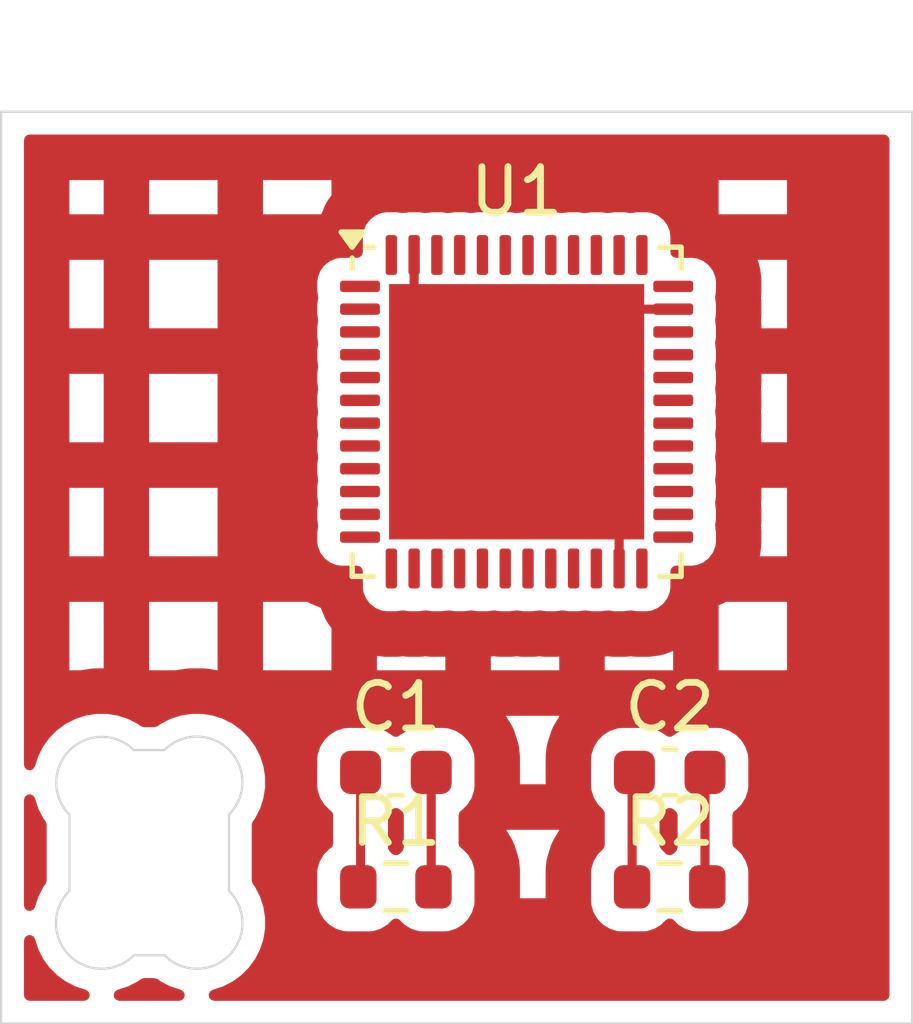
<source format=kicad_pcb>
(kicad_pcb (version 20241229) (generator "pcbnew") (generator_version "9.0")
  (layers (0 "F.Cu" signal) (2 "B.Cu" signal) (13 "F.Paste" user) (15 "B.Paste" user) (5 "F.SilkS" user "F.Silkscreen") (7 "B.SilkS" user "B.Silkscreen") (1 "F.Mask" user) (3 "B.Mask" user) (25 "Edge.Cuts" user))
  (net 0 "")
  (net 1 "Net-(C1-Pad2)")
  (net 2 "Net-(C1-Pad1)")
  (net 3 "Net-(C2-Pad1)")
  (net 4 "Net-(C2-Pad2)")
  (net 15 "Net-(U1-VSS-Pad23)")
  (footprint "Package_DFN_QFN:QFN-48-1EP_7x7mm_P0.5mm_EP5.6x5.6mm" (layer "F.Cu") (at 114.315 76.08)
    (property "Reference" "U1" (at 0 -4.83 0) (layer "F.SilkS"))
    (property "Value" "STM32F401C_D-E_Ux")
    (fp_line (start -3.61 -3.135) (end -3.61 -3.37) (stroke (width 0.12)) (layer "F.SilkS"))
    (fp_line (start -3.61 3.61) (end -3.61 3.135) (stroke (width 0.12)) (layer "F.SilkS"))
    (fp_line (start -3.135 -3.61) (end -3.31 -3.61) (stroke (width 0.12)) (layer "F.SilkS"))
    (fp_line (start -3.135 3.61) (end -3.61 3.61) (stroke (width 0.12)) (layer "F.SilkS"))
    (fp_line (start 3.135 -3.61) (end 3.61 -3.61) (stroke (width 0.12)) (layer "F.SilkS"))
    (fp_line (start 3.135 3.61) (end 3.61 3.61) (stroke (width 0.12)) (layer "F.SilkS"))
    (fp_line (start 3.61 -3.61) (end 3.61 -3.135) (stroke (width 0.12)) (layer "F.SilkS"))
    (fp_line (start 3.61 3.61) (end 3.61 3.135) (stroke (width 0.12)) (layer "F.SilkS"))
    (fp_poly (pts (xy -3.61 -3.61) (xy -3.85 -3.94) (xy -3.37 -3.94) (xy -3.61 -3.61)) (stroke (width 0.12)) (fill yes) (layer "F.SilkS"))
    (pad "1" smd roundrect (at -3.4375 -2.75) (size 0.875 0.25) (layers "F.Cu" "F.Mask" "F.Paste"))
    (pad "2" smd roundrect (at -3.4375 -2.25) (size 0.875 0.25) (layers "F.Cu" "F.Mask" "F.Paste"))
    (pad "3" smd roundrect (at -3.4375 -1.75) (size 0.875 0.25) (layers "F.Cu" "F.Mask" "F.Paste"))
    (pad "4" smd roundrect (at -3.4375 -1.25) (size 0.875 0.25) (layers "F.Cu" "F.Mask" "F.Paste"))
    (pad "5" smd roundrect (at -3.4375 -0.75) (size 0.875 0.25) (layers "F.Cu" "F.Mask" "F.Paste"))
    (pad "6" smd roundrect (at -3.4375 -0.25) (size 0.875 0.25) (layers "F.Cu" "F.Mask" "F.Paste"))
    (pad "7" smd roundrect (at -3.4375 0.25) (size 0.875 0.25) (layers "F.Cu" "F.Mask" "F.Paste"))
    (pad "8" smd roundrect (at -3.4375 0.75) (size 0.875 0.25) (layers "F.Cu" "F.Mask" "F.Paste"))
    (pad "9" smd roundrect (at -3.4375 1.25) (size 0.875 0.25) (layers "F.Cu" "F.Mask" "F.Paste"))
    (pad "10" smd roundrect (at -3.4375 1.75) (size 0.875 0.25) (layers "F.Cu" "F.Mask" "F.Paste"))
    (pad "11" smd roundrect (at -3.4375 2.25) (size 0.875 0.25) (layers "F.Cu" "F.Mask" "F.Paste"))
    (pad "12" smd roundrect (at -3.4375 2.75) (size 0.875 0.25) (layers "F.Cu" "F.Mask" "F.Paste"))
    (pad "13" smd roundrect (at -2.75 3.4375) (size 0.25 0.875) (layers "F.Cu" "F.Mask" "F.Paste"))
    (pad "14" smd roundrect (at -2.25 3.4375) (size 0.25 0.875) (layers "F.Cu" "F.Mask" "F.Paste"))
    (pad "15" smd roundrect (at -1.75 3.4375) (size 0.25 0.875) (layers "F.Cu" "F.Mask" "F.Paste"))
    (pad "16" smd roundrect (at -1.25 3.4375) (size 0.25 0.875) (layers "F.Cu" "F.Mask" "F.Paste"))
    (pad "17" smd roundrect (at -0.75 3.4375) (size 0.25 0.875) (layers "F.Cu" "F.Mask" "F.Paste"))
    (pad "18" smd roundrect (at -0.25 3.4375) (size 0.25 0.875) (layers "F.Cu" "F.Mask" "F.Paste"))
    (pad "19" smd roundrect (at 0.25 3.4375) (size 0.25 0.875) (layers "F.Cu" "F.Mask" "F.Paste"))
    (pad "20" smd roundrect (at 0.75 3.4375) (size 0.25 0.875) (layers "F.Cu" "F.Mask" "F.Paste"))
    (pad "21" smd roundrect (at 1.25 3.4375) (size 0.25 0.875) (layers "F.Cu" "F.Mask" "F.Paste"))
    (pad "22" smd roundrect (at 1.75 3.4375) (size 0.25 0.875) (layers "F.Cu" "F.Mask" "F.Paste"))
    (pad "23" smd roundrect (at 2.25 3.4375) (size 0.25 0.875) (layers "F.Cu" "F.Mask" "F.Paste") (net 15 "Net-(U1-VSS-Pad23)"))
    (pad "24" smd roundrect (at 2.75 3.4375) (size 0.25 0.875) (layers "F.Cu" "F.Mask" "F.Paste"))
    (pad "25" smd roundrect (at 3.4375 2.75) (size 0.875 0.25) (layers "F.Cu" "F.Mask" "F.Paste"))
    (pad "26" smd roundrect (at 3.4375 2.25) (size 0.875 0.25) (layers "F.Cu" "F.Mask" "F.Paste"))
    (pad "27" smd roundrect (at 3.4375 1.75) (size 0.875 0.25) (layers "F.Cu" "F.Mask" "F.Paste"))
    (pad "28" smd roundrect (at 3.4375 1.25) (size 0.875 0.25) (layers "F.Cu" "F.Mask" "F.Paste"))
    (pad "29" smd roundrect (at 3.4375 0.75) (size 0.875 0.25) (layers "F.Cu" "F.Mask" "F.Paste"))
    (pad "30" smd roundrect (at 3.4375 0.25) (size 0.875 0.25) (layers "F.Cu" "F.Mask" "F.Paste"))
    (pad "31" smd roundrect (at 3.4375 -0.25) (size 0.875 0.25) (layers "F.Cu" "F.Mask" "F.Paste"))
    (pad "32" smd roundrect (at 3.4375 -0.75) (size 0.875 0.25) (layers "F.Cu" "F.Mask" "F.Paste"))
    (pad "33" smd roundrect (at 3.4375 -1.25) (size 0.875 0.25) (layers "F.Cu" "F.Mask" "F.Paste"))
    (pad "34" smd roundrect (at 3.4375 -1.75) (size 0.875 0.25) (layers "F.Cu" "F.Mask" "F.Paste"))
    (pad "35" smd roundrect (at 3.4375 -2.25) (size 0.875 0.25) (layers "F.Cu" "F.Mask" "F.Paste") (net 15 "Net-(U1-VSS-Pad23)"))
    (pad "36" smd roundrect (at 3.4375 -2.75) (size 0.875 0.25) (layers "F.Cu" "F.Mask" "F.Paste"))
    (pad "37" smd roundrect (at 2.75 -3.4375) (size 0.25 0.875) (layers "F.Cu" "F.Mask" "F.Paste"))
    (pad "38" smd roundrect (at 2.25 -3.4375) (size 0.25 0.875) (layers "F.Cu" "F.Mask" "F.Paste"))
    (pad "39" smd roundrect (at 1.75 -3.4375) (size 0.25 0.875) (layers "F.Cu" "F.Mask" "F.Paste"))
    (pad "40" smd roundrect (at 1.25 -3.4375) (size 0.25 0.875) (layers "F.Cu" "F.Mask" "F.Paste"))
    (pad "41" smd roundrect (at 0.75 -3.4375) (size 0.25 0.875) (layers "F.Cu" "F.Mask" "F.Paste"))
    (pad "42" smd roundrect (at 0.25 -3.4375) (size 0.25 0.875) (layers "F.Cu" "F.Mask" "F.Paste"))
    (pad "43" smd roundrect (at -0.25 -3.4375) (size 0.25 0.875) (layers "F.Cu" "F.Mask" "F.Paste"))
    (pad "44" smd roundrect (at -0.75 -3.4375) (size 0.25 0.875) (layers "F.Cu" "F.Mask" "F.Paste"))
    (pad "45" smd roundrect (at -1.25 -3.4375) (size 0.25 0.875) (layers "F.Cu" "F.Mask" "F.Paste"))
    (pad "46" smd roundrect (at -1.75 -3.4375) (size 0.25 0.875) (layers "F.Cu" "F.Mask" "F.Paste"))
    (pad "47" smd roundrect (at -2.25 -3.4375) (size 0.25 0.875) (layers "F.Cu" "F.Mask" "F.Paste") (net 15 "Net-(U1-VSS-Pad23)"))
    (pad "48" smd roundrect (at -2.75 -3.4375) (size 0.25 0.875) (layers "F.Cu" "F.Mask" "F.Paste"))
    (pad "49" smd rect (at 0 0) (size 5.6 5.6) (property pad_prop_heatsink) (layers "F.Cu" "F.Mask") (net 15 "Net-(U1-VSS-Pad23)"))
  )
  (footprint "Resistor_SMD:R_0603_1608Metric" (layer "F.Cu") (at 111.665 86.5)
    (property "Reference" "R1" (at 0 -1.43 0) (layer "F.SilkS"))
    (property "Value" "R")
    (fp_line (start -0.237258 -0.5225) (end 0.237258 -0.5225) (stroke (width 0.12)) (layer "F.SilkS"))
    (fp_line (start -0.237258 0.5225) (end 0.237258 0.5225) (stroke (width 0.12)) (layer "F.SilkS"))
    (pad "1" smd roundrect (at -0.825 0) (size 0.8 0.95) (layers "F.Cu" "F.Mask" "F.Paste") (net 2 "Net-(C1-Pad1)"))
    (pad "2" smd roundrect (at 0.825 0) (size 0.8 0.95) (layers "F.Cu" "F.Mask" "F.Paste") (net 1 "Net-(C1-Pad2)"))
  )
  (footprint "Resistor_SMD:R_0603_1608Metric" (layer "F.Cu") (at 117.675 86.5)
    (property "Reference" "R2" (at 0 -1.43 0) (layer "F.SilkS"))
    (property "Value" "R")
    (fp_line (start -0.237258 -0.5225) (end 0.237258 -0.5225) (stroke (width 0.12)) (layer "F.SilkS"))
    (fp_line (start -0.237258 0.5225) (end 0.237258 0.5225) (stroke (width 0.12)) (layer "F.SilkS"))
    (pad "1" smd roundrect (at -0.825 0) (size 0.8 0.95) (layers "F.Cu" "F.Mask" "F.Paste") (net 3 "Net-(C2-Pad1)"))
    (pad "2" smd roundrect (at 0.825 0) (size 0.8 0.95) (layers "F.Cu" "F.Mask" "F.Paste") (net 4 "Net-(C2-Pad2)"))
  )
  (footprint "Capacitor_SMD:C_0603_1608Metric" (layer "F.Cu") (at 117.675 83.99)
    (property "Reference" "C2" (at 0 -1.43 0) (layer "F.SilkS"))
    (property "Value" "C")
    (fp_line (start -0.14058 -0.51) (end 0.14058 -0.51) (stroke (width 0.12)) (layer "F.SilkS"))
    (fp_line (start -0.14058 0.51) (end 0.14058 0.51) (stroke (width 0.12)) (layer "F.SilkS"))
    (pad "1" smd roundrect (at -0.775 0) (size 0.9 0.95) (layers "F.Cu" "F.Mask" "F.Paste") (net 3 "Net-(C2-Pad1)"))
    (pad "2" smd roundrect (at 0.775 0) (size 0.9 0.95) (layers "F.Cu" "F.Mask" "F.Paste") (net 4 "Net-(C2-Pad2)"))
  )
  (footprint "Capacitor_SMD:C_0603_1608Metric" (layer "F.Cu") (at 111.665 83.99)
    (property "Reference" "C1" (at 0 -1.43 0) (layer "F.SilkS"))
    (property "Value" "C")
    (fp_line (start -0.14058 -0.51) (end 0.14058 -0.51) (stroke (width 0.12)) (layer "F.SilkS"))
    (fp_line (start -0.14058 0.51) (end 0.14058 0.51) (stroke (width 0.12)) (layer "F.SilkS"))
    (pad "1" smd roundrect (at -0.775 0) (size 0.9 0.95) (layers "F.Cu" "F.Mask" "F.Paste") (net 2 "Net-(C1-Pad1)"))
    (pad "2" smd roundrect (at 0.775 0) (size 0.9 0.95) (layers "F.Cu" "F.Mask" "F.Paste") (net 1 "Net-(C1-Pad2)"))
  )
  (gr_arc (start 105.914213 88) (mid 104.500001 88) (end 104.5 86.585787) (stroke (width 0.05)) (layer "Edge.Cuts"))
  (gr_rect (start 103 69.5) (end 123 89.5) (stroke (width 0.05)) (fill no) (layer "Edge.Cuts"))
  (gr_arc (start 108 86.585787) (mid 108 88) (end 106.585787 88) (stroke (width 0.05)) (layer "Edge.Cuts"))
  (gr_line (start 106.585787 88) (end 105.914213 88) (stroke (width 0.05)) (layer "Edge.Cuts"))
  (gr_line (start 104.5 84.914213) (end 104.5 86.585787) (stroke (width 0.05)) (layer "Edge.Cuts"))
  (gr_line (start 106.585787 83.5) (end 105.914213 83.5) (stroke (width 0.05)) (layer "Edge.Cuts"))
  (gr_arc (start 104.5 84.914213) (mid 104.5 83.5) (end 105.914213 83.5) (stroke (width 0.05)) (layer "Edge.Cuts"))
  (gr_arc (start 106.585787 83.5) (mid 108.000001 83.5) (end 108 84.914213) (stroke (width 0.05)) (layer "Edge.Cuts"))
  (gr_line (start 108 84.914213) (end 108 86.585787) (stroke (width 0.05)) (layer "Edge.Cuts"))
  (segment (start 112.44 83.99) (end 112.44 86.45) (width 0.2) (layer "F.Cu") (net 1))
  (segment (start 112.44 86.45) (end 112.49 86.5) (width 0.2) (layer "F.Cu") (net 1))
  (segment (start 110.89 86.45) (end 110.84 86.5) (width 0.2) (layer "F.Cu") (net 2))
  (segment (start 110.89 83.99) (end 110.89 86.45) (width 0.2) (layer "F.Cu") (net 2))
  (segment (start 116.85 84.04) (end 116.9 83.99) (width 0.2) (layer "F.Cu") (net 3))
  (segment (start 116.85 86.5) (end 116.85 84.04) (width 0.2) (layer "F.Cu") (net 3))
  (segment (start 118.45 86.45) (end 118.5 86.5) (width 0.2) (layer "F.Cu") (net 4))
  (segment (start 118.45 83.99) (end 118.45 86.45) (width 0.2) (layer "F.Cu") (net 4))
  (segment (start 116.565 78.33) (end 116.565 79.5175) (width 0.2) (layer "F.Cu") (net 15))
  (segment (start 114.315 76.08) (end 112.065 73.83) (width 0.2) (layer "F.Cu") (net 15))
  (segment (start 112.065 73.83) (end 112.065 72.6425) (width 0.2) (layer "F.Cu") (net 15))
  (segment (start 116.565 73.83) (end 117.7525 73.83) (width 0.2) (layer "F.Cu") (net 15))
  (segment (start 114.315 76.08) (end 116.565 73.83) (width 0.2) (layer "F.Cu") (net 15))
  (segment (start 114.315 76.08) (end 116.565 78.33) (width 0.2) (layer "F.Cu") (net 15))
  (zone (net 0) (net_name "") (layer "F.Cu") (connect_pads (clearance 0.5)) (min_thickness 0.25) (fill yes (mode hatch) (thermal_gap 0.5) (thermal_bridge_width 0.5) (island_removal_mode 1) (island_area_min 10) (hatch_thickness 1) (hatch_gap 1.5) (hatch_orientation 0) (hatch_border_algorithm hatch_thickness) (hatch_min_hole_area 0.3))
    (polygon (pts (xy 103 69.5) (xy 123 69.5) (xy 123 89.5) (xy 103 89.5)))
  )
)
</source>
